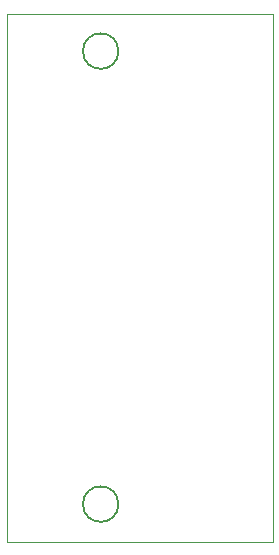
<source format=gko>
G04*
G04 #@! TF.GenerationSoftware,Altium Limited,Altium Designer,24.4.1 (13)*
G04*
G04 Layer_Color=16711935*
%FSLAX25Y25*%
%MOIN*%
G70*
G04*
G04 #@! TF.SameCoordinates,E101684F-62CE-472E-B8B6-B79B7EA84F3C*
G04*
G04*
G04 #@! TF.FilePolarity,Positive*
G04*
G01*
G75*
%ADD11C,0.00500*%
%ADD33C,0.00100*%
D11*
X37197Y12500D02*
G03*
X37197Y12500I-5906J0D01*
G01*
Y163500D02*
G03*
X37197Y163500I-5906J0D01*
G01*
D33*
X-0Y0D02*
X0Y176000D01*
Y0D02*
X88583D01*
X88583Y176000D02*
X88583Y0D01*
X0Y176000D02*
X88583D01*
M02*

</source>
